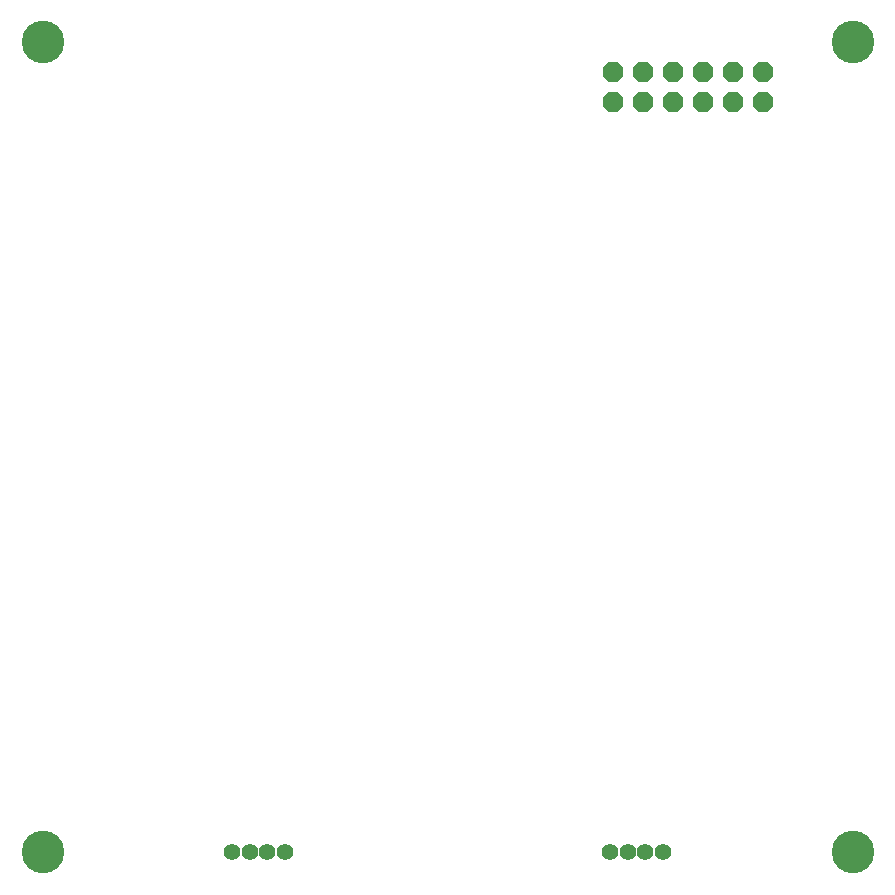
<source format=gbs>
G75*
%MOIN*%
%OFA0B0*%
%FSLAX25Y25*%
%IPPOS*%
%LPD*%
%AMOC8*
5,1,8,0,0,1.08239X$1,22.5*
%
%ADD10C,0.14200*%
%ADD11OC8,0.06800*%
%ADD12C,0.05556*%
D10*
X0018300Y0028000D03*
X0018300Y0298000D03*
X0288300Y0298000D03*
X0288300Y0028000D03*
D11*
X0258300Y0278000D03*
X0258300Y0288000D03*
X0248300Y0288000D03*
X0238300Y0288000D03*
X0228300Y0288000D03*
X0218300Y0288000D03*
X0218300Y0278000D03*
X0228300Y0278000D03*
X0238300Y0278000D03*
X0248300Y0278000D03*
X0208300Y0278000D03*
X0208300Y0288000D03*
D12*
X0207442Y0028000D03*
X0213347Y0028000D03*
X0219253Y0028000D03*
X0225158Y0028000D03*
X0099158Y0028000D03*
X0093253Y0028000D03*
X0087347Y0028000D03*
X0081442Y0028000D03*
M02*

</source>
